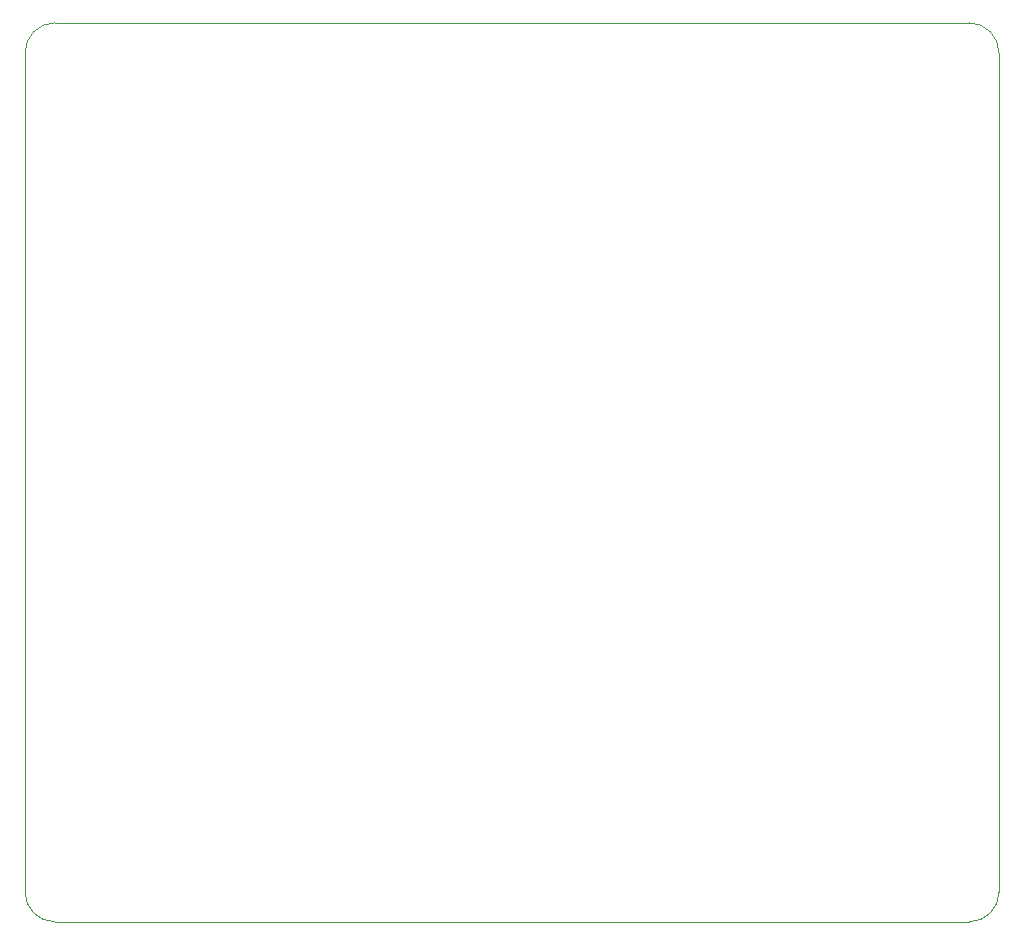
<source format=gbr>
%TF.GenerationSoftware,KiCad,Pcbnew,(7.0.0)*%
%TF.CreationDate,2023-07-28T08:35:32+03:00*%
%TF.ProjectId,Digital_Timer_Switch,44696769-7461-46c5-9f54-696d65725f53,rev?*%
%TF.SameCoordinates,Original*%
%TF.FileFunction,Profile,NP*%
%FSLAX46Y46*%
G04 Gerber Fmt 4.6, Leading zero omitted, Abs format (unit mm)*
G04 Created by KiCad (PCBNEW (7.0.0)) date 2023-07-28 08:35:32*
%MOMM*%
%LPD*%
G01*
G04 APERTURE LIST*
%TA.AperFunction,Profile*%
%ADD10C,0.100000*%
%TD*%
G04 APERTURE END LIST*
D10*
X88900000Y-99060000D02*
G75*
G03*
X91440000Y-101600000I2540000J0D01*
G01*
X168910000Y-101600000D02*
X91440000Y-101600000D01*
X171450000Y-27940000D02*
G75*
G03*
X168910000Y-25400000I-2540000J0D01*
G01*
X91440000Y-25400000D02*
X168910000Y-25400000D01*
X168910000Y-101600000D02*
G75*
G03*
X171450000Y-99060000I0J2540000D01*
G01*
X91440000Y-25400000D02*
G75*
G03*
X88900000Y-27940000I0J-2540000D01*
G01*
X88900000Y-99060000D02*
X88900000Y-27940000D01*
X171450000Y-27940000D02*
X171450000Y-99060000D01*
M02*

</source>
